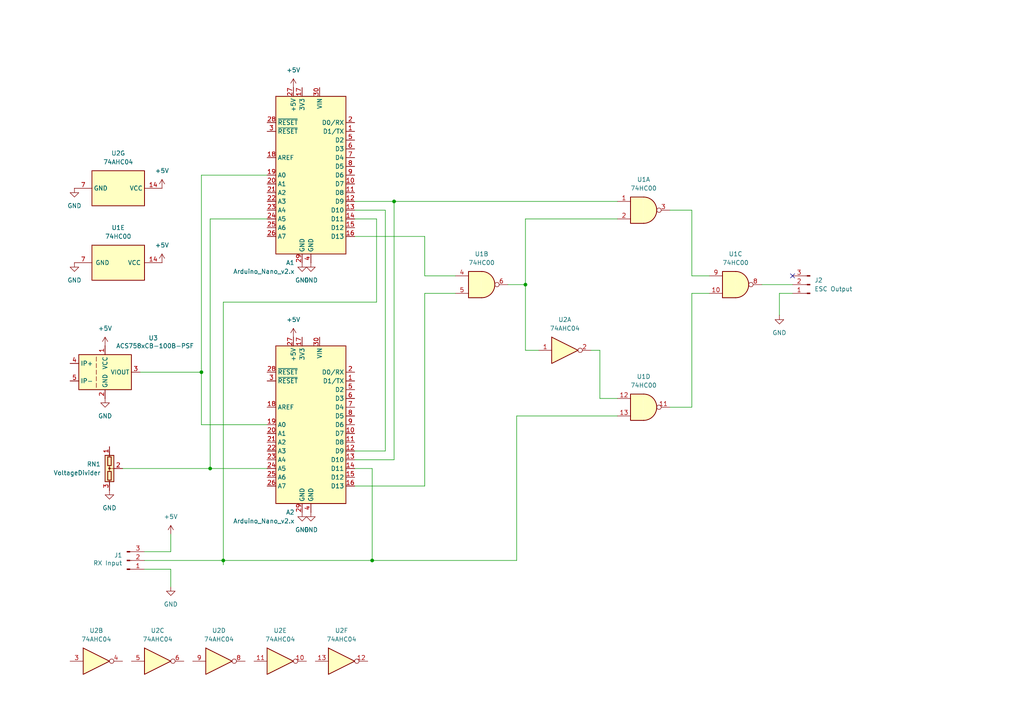
<source format=kicad_sch>
(kicad_sch (version 20231120) (generator "eeschema") (generator_version "8.0")
  (paper "A4")
  (title_block (title "Sistema limitador de potência para motores BLDC") (date "2024-07-25") (rev "1") (company "PAMPA Aerodesign"))
  (lib_symbols
    (symbol "74xx:74AHC04"
      (property "Reference" "U" (at 0 1.27 0))
      (property "Value" "74AHC04" (at 0 -1.27 0))
      (symbol "74AHC04_1_0"
        (polyline (pts (xy -3.81 3.81) (xy -3.81 -3.81) (xy 3.81 0) (xy -3.81 3.81)) (stroke (width 0.254)) (fill (type background)))
        (pin input line (at -7.62 0 0) (length 3.81) (name "~") (number "1"))
        (pin output inverted (at 7.62 0 180) (length 3.81) (name "~") (number "2"))
      )
      (symbol "74AHC04_2_0"
        (polyline (pts (xy -3.81 3.81) (xy -3.81 -3.81) (xy 3.81 0) (xy -3.81 3.81)) (stroke (width 0.254)) (fill (type background)))
        (pin input line (at -7.62 0 0) (length 3.81) (name "~") (number "3"))
        (pin output inverted (at 7.62 0 180) (length 3.81) (name "~") (number "4"))
      )
      (symbol "74AHC04_3_0"
        (polyline (pts (xy -3.81 3.81) (xy -3.81 -3.81) (xy 3.81 0) (xy -3.81 3.81)) (stroke (width 0.254)) (fill (type background)))
        (pin input line (at -7.62 0 0) (length 3.81) (name "~") (number "5"))
        (pin output inverted (at 7.62 0 180) (length 3.81) (name "~") (number "6"))
      )
      (symbol "74AHC04_4_0"
        (polyline (pts (xy -3.81 3.81) (xy -3.81 -3.81) (xy 3.81 0) (xy -3.81 3.81)) (stroke (width 0.254)) (fill (type background)))
        (pin output inverted (at 7.62 0 180) (length 3.81) (name "~") (number "8"))
        (pin input line (at -7.62 0 0) (length 3.81) (name "~") (number "9"))
      )
      (symbol "74AHC04_5_0"
        (polyline (pts (xy -3.81 3.81) (xy -3.81 -3.81) (xy 3.81 0) (xy -3.81 3.81)) (stroke (width 0.254)) (fill (type background)))
        (pin output inverted (at 7.62 0 180) (length 3.81) (name "~") (number "10"))
        (pin input line (at -7.62 0 0) (length 3.81) (name "~") (number "11"))
      )
      (symbol "74AHC04_6_0"
        (polyline (pts (xy -3.81 3.81) (xy -3.81 -3.81) (xy 3.81 0) (xy -3.81 3.81)) (stroke (width 0.254)) (fill (type background)))
        (pin output inverted (at 7.62 0 180) (length 3.81) (name "~") (number "12"))
        (pin input line (at -7.62 0 0) (length 3.81) (name "~") (number "13"))
      )
      (symbol "74AHC04_7_0"
        (pin power_in line (at 0 12.7 270) (length 5.08) (name "VCC") (number "14"))
        (pin power_in line (at 0 -12.7 90) (length 5.08) (name "GND") (number "7"))
      )
      (symbol "74AHC04_7_1"
        (rectangle (start -5.08 7.62) (end 5.08 -7.62) (stroke (width 0.254)) (fill (type background)))
      )
    )
    (symbol "74xx:74HC00" (pin_names (offset 1.016))
      (property "Reference" "U" (at 0 1.27 0))
      (property "Value" "74HC00" (at 0 -1.27 0))
      (symbol "74HC00_1_1"
        (arc (start 0 -3.81) (mid 3.7934 0) (end 0 3.81) (stroke (width 0.254)) (fill (type background)))
        (polyline (pts (xy 0 3.81) (xy -3.81 3.81) (xy -3.81 -3.81) (xy 0 -3.81)) (stroke (width 0.254)) (fill (type background)))
        (pin input line (at -7.62 2.54 0) (length 3.81) (name "~") (number "1"))
        (pin input line (at -7.62 -2.54 0) (length 3.81) (name "~") (number "2"))
        (pin output inverted (at 7.62 0 180) (length 3.81) (name "~") (number "3"))
      )
      (symbol "74HC00_1_2"
        (arc (start -3.81 -3.81) (mid -2.589 0) (end -3.81 3.81) (stroke (width 0.254)))
        (arc (start -0.6096 -3.81) (mid 2.1842 -2.5851) (end 3.81 0) (stroke (width 0.254)) (fill (type background)))
        (polyline (pts (xy -3.81 -3.81) (xy -0.635 -3.81)) (stroke (width 0.254)) (fill (type background)))
        (polyline (pts (xy -3.81 3.81) (xy -0.635 3.81)) (stroke (width 0.254)) (fill (type background)))
        (polyline (pts (xy -0.635 3.81) (xy -3.81 3.81) (xy -3.81 3.81) (xy -3.556 3.4036) (xy -3.0226 2.2606) (xy -2.6924 1.0414) (xy -2.6162 -0.254) (xy -2.7686 -1.4986) (xy -3.175 -2.7178) (xy -3.81 -3.81) (xy -3.81 -3.81) (xy -0.635 -3.81)) (stroke (width -25.4)) (fill (type background)))
        (arc (start 3.81 0) (mid 2.1915 2.5936) (end -0.6096 3.81) (stroke (width 0.254)) (fill (type background)))
        (pin input inverted (at -7.62 2.54 0) (length 4.318) (name "~") (number "1"))
        (pin input inverted (at -7.62 -2.54 0) (length 4.318) (name "~") (number "2"))
        (pin output line (at 7.62 0 180) (length 3.81) (name "~") (number "3"))
      )
      (symbol "74HC00_2_1"
        (arc (start 0 -3.81) (mid 3.7934 0) (end 0 3.81) (stroke (width 0.254)) (fill (type background)))
        (polyline (pts (xy 0 3.81) (xy -3.81 3.81) (xy -3.81 -3.81) (xy 0 -3.81)) (stroke (width 0.254)) (fill (type background)))
        (pin input line (at -7.62 2.54 0) (length 3.81) (name "~") (number "4"))
        (pin input line (at -7.62 -2.54 0) (length 3.81) (name "~") (number "5"))
        (pin output inverted (at 7.62 0 180) (length 3.81) (name "~") (number "6"))
      )
      (symbol "74HC00_2_2"
        (arc (start -3.81 -3.81) (mid -2.589 0) (end -3.81 3.81) (stroke (width 0.254)))
        (arc (start -0.6096 -3.81) (mid 2.1842 -2.5851) (end 3.81 0) (stroke (width 0.254)) (fill (type background)))
        (polyline (pts (xy -3.81 -3.81) (xy -0.635 -3.81)) (stroke (width 0.254)) (fill (type background)))
        (polyline (pts (xy -3.81 3.81) (xy -0.635 3.81)) (stroke (width 0.254)) (fill (type background)))
        (polyline (pts (xy -0.635 3.81) (xy -3.81 3.81) (xy -3.81 3.81) (xy -3.556 3.4036) (xy -3.0226 2.2606) (xy -2.6924 1.0414) (xy -2.6162 -0.254) (xy -2.7686 -1.4986) (xy -3.175 -2.7178) (xy -3.81 -3.81) (xy -3.81 -3.81) (xy -0.635 -3.81)) (stroke (width -25.4)) (fill (type background)))
        (arc (start 3.81 0) (mid 2.1915 2.5936) (end -0.6096 3.81) (stroke (width 0.254)) (fill (type background)))
        (pin input inverted (at -7.62 2.54 0) (length 4.318) (name "~") (number "4"))
        (pin input inverted (at -7.62 -2.54 0) (length 4.318) (name "~") (number "5"))
        (pin output line (at 7.62 0 180) (length 3.81) (name "~") (number "6"))
      )
      (symbol "74HC00_3_1"
        (arc (start 0 -3.81) (mid 3.7934 0) (end 0 3.81) (stroke (width 0.254)) (fill (type background)))
        (polyline (pts (xy 0 3.81) (xy -3.81 3.81) (xy -3.81 -3.81) (xy 0 -3.81)) (stroke (width 0.254)) (fill (type background)))
        (pin input line (at -7.62 -2.54 0) (length 3.81) (name "~") (number "10"))
        (pin output inverted (at 7.62 0 180) (length 3.81) (name "~") (number "8"))
        (pin input line (at -7.62 2.54 0) (length 3.81) (name "~") (number "9"))
      )
      (symbol "74HC00_3_2"
        (arc (start -3.81 -3.81) (mid -2.589 0) (end -3.81 3.81) (stroke (width 0.254)))
        (arc (start -0.6096 -3.81) (mid 2.1842 -2.5851) (end 3.81 0) (stroke (width 0.254)) (fill (type background)))
        (polyline (pts (xy -3.81 -3.81) (xy -0.635 -3.81)) (stroke (width 0.254)) (fill (type background)))
        (polyline (pts (xy -3.81 3.81) (xy -0.635 3.81)) (stroke (width 0.254)) (fill (type background)))
        (polyline (pts (xy -0.635 3.81) (xy -3.81 3.81) (xy -3.81 3.81) (xy -3.556 3.4036) (xy -3.0226 2.2606) (xy -2.6924 1.0414) (xy -2.6162 -0.254) (xy -2.7686 -1.4986) (xy -3.175 -2.7178) (xy -3.81 -3.81) (xy -3.81 -3.81) (xy -0.635 -3.81)) (stroke (width -25.4)) (fill (type background)))
        (arc (start 3.81 0) (mid 2.1915 2.5936) (end -0.6096 3.81) (stroke (width 0.254)) (fill (type background)))
        (pin input inverted (at -7.62 -2.54 0) (length 4.318) (name "~") (number "10"))
        (pin output line (at 7.62 0 180) (length 3.81) (name "~") (number "8"))
        (pin input inverted (at -7.62 2.54 0) (length 4.318) (name "~") (number "9"))
      )
      (symbol "74HC00_4_1"
        (arc (start 0 -3.81) (mid 3.7934 0) (end 0 3.81) (stroke (width 0.254)) (fill (type background)))
        (polyline (pts (xy 0 3.81) (xy -3.81 3.81) (xy -3.81 -3.81) (xy 0 -3.81)) (stroke (width 0.254)) (fill (type background)))
        (pin output inverted (at 7.62 0 180) (length 3.81) (name "~") (number "11"))
        (pin input line (at -7.62 2.54 0) (length 3.81) (name "~") (number "12"))
        (pin input line (at -7.62 -2.54 0) (length 3.81) (name "~") (number "13"))
      )
      (symbol "74HC00_4_2"
        (arc (start -3.81 -3.81) (mid -2.589 0) (end -3.81 3.81) (stroke (width 0.254)))
        (arc (start -0.6096 -3.81) (mid 2.1842 -2.5851) (end 3.81 0) (stroke (width 0.254)) (fill (type background)))
        (polyline (pts (xy -3.81 -3.81) (xy -0.635 -3.81)) (stroke (width 0.254)) (fill (type background)))
        (polyline (pts (xy -3.81 3.81) (xy -0.635 3.81)) (stroke (width 0.254)) (fill (type background)))
        (polyline (pts (xy -0.635 3.81) (xy -3.81 3.81) (xy -3.81 3.81) (xy -3.556 3.4036) (xy -3.0226 2.2606) (xy -2.6924 1.0414) (xy -2.6162 -0.254) (xy -2.7686 -1.4986) (xy -3.175 -2.7178) (xy -3.81 -3.81) (xy -3.81 -3.81) (xy -0.635 -3.81)) (stroke (width -25.4)) (fill (type background)))
        (arc (start 3.81 0) (mid 2.1915 2.5936) (end -0.6096 3.81) (stroke (width 0.254)) (fill (type background)))
        (pin output line (at 7.62 0 180) (length 3.81) (name "~") (number "11"))
        (pin input inverted (at -7.62 2.54 0) (length 4.318) (name "~") (number "12"))
        (pin input inverted (at -7.62 -2.54 0) (length 4.318) (name "~") (number "13"))
      )
      (symbol "74HC00_5_0"
        (pin power_in line (at 0 12.7 270) (length 5.08) (name "VCC") (number "14"))
        (pin power_in line (at 0 -12.7 90) (length 5.08) (name "GND") (number "7"))
      )
      (symbol "74HC00_5_1"
        (rectangle (start -5.08 7.62) (end 5.08 -7.62) (stroke (width 0.254)) (fill (type background)))
      )
    )
    (symbol "Connector:Conn_01x03_Pin" (pin_names (offset 1.016) hide)
      (property "Reference" "J" (at 0 5.08 0))
      (property "Value" "Conn_01x03_Pin" (at 0 -5.08 0))
      (symbol "Conn_01x03_Pin_1_1"
        (polyline (pts (xy 1.27 -2.54) (xy 0.8636 -2.54)) (stroke (width 0.1524)))
        (polyline (pts (xy 1.27 0) (xy 0.8636 0)) (stroke (width 0.1524)))
        (polyline (pts (xy 1.27 2.54) (xy 0.8636 2.54)) (stroke (width 0.1524)))
        (rectangle (start 0.8636 -2.413) (end 0 -2.667) (stroke (width 0.1524)) (fill (type outline)))
        (rectangle (start 0.8636 0.127) (end 0 -0.127) (stroke (width 0.1524)) (fill (type outline)))
        (rectangle (start 0.8636 2.667) (end 0 2.413) (stroke (width 0.1524)) (fill (type outline)))
        (pin passive line (at 5.08 2.54 180) (length 3.81) (name "Pin_1") (number "1"))
        (pin passive line (at 5.08 0 180) (length 3.81) (name "Pin_2") (number "2"))
        (pin passive line (at 5.08 -2.54 180) (length 3.81) (name "Pin_3") (number "3"))
      )
    )
    (symbol "Device:VoltageDivider" (pin_names (offset 0) hide)
      (property "Reference" "RN" (at -4.445 0 90))
      (property "Value" "VoltageDivider" (at -2.54 0 90))
      (symbol "VoltageDivider_0_1"
        (rectangle (start -1.27 -3.81) (end 1.27 3.81) (stroke (width 0.254)) (fill (type background)))
        (rectangle (start -0.508 -3.3782) (end 0.508 -0.8382) (stroke (width 0.254)))
        (rectangle (start -0.508 3.3782) (end 0.508 0.8382) (stroke (width 0.254)))
        (polyline (pts (xy 0 -5.08) (xy 0 -3.429)))
        (polyline (pts (xy 0 0.889) (xy 0 -0.889)))
        (polyline (pts (xy 0 5.08) (xy 0 3.3782)))
        (polyline (pts (xy 1.27 0) (xy 0 0)))
        (circle (center 0 0.0254) (radius 0.254) (fill (type outline)))
      )
      (symbol "VoltageDivider_1_1"
        (pin passive line (at 0 6.35 270) (length 2.54) (name "~") (number "1"))
        (pin passive line (at 3.81 0 180) (length 2.54) (name "~") (number "2"))
        (pin passive line (at 0 -6.35 90) (length 2.54) (name "~") (number "3"))
      )
    )
    (symbol "MCU_Module:Arduino_Nano_v2.x"
      (property "Reference" "A" (at -10.16 23.495 0))
      (property "Value" "Arduino_Nano_v2.x" (at 5.08 -24.13 0))
      (symbol "Arduino_Nano_v2.x_0_1"
        (rectangle (start -10.16 22.86) (end 10.16 -22.86) (stroke (width 0.254)) (fill (type background)))
      )
      (symbol "Arduino_Nano_v2.x_1_1"
        (pin bidirectional line (at -12.7 12.7 0) (length 2.54) (name "D1/TX") (number "1"))
        (pin bidirectional line (at -12.7 -2.54 0) (length 2.54) (name "D7") (number "10"))
        (pin bidirectional line (at -12.7 -5.08 0) (length 2.54) (name "D8") (number "11"))
        (pin bidirectional line (at -12.7 -7.62 0) (length 2.54) (name "D9") (number "12"))
        (pin bidirectional line (at -12.7 -10.16 0) (length 2.54) (name "D10") (number "13"))
        (pin bidirectional line (at -12.7 -12.7 0) (length 2.54) (name "D11") (number "14"))
        (pin bidirectional line (at -12.7 -15.24 0) (length 2.54) (name "D12") (number "15"))
        (pin bidirectional line (at -12.7 -17.78 0) (length 2.54) (name "D13") (number "16"))
        (pin power_out line (at 2.54 25.4 270) (length 2.54) (name "3V3") (number "17"))
        (pin input line (at 12.7 5.08 180) (length 2.54) (name "AREF") (number "18"))
        (pin bidirectional line (at 12.7 0 180) (length 2.54) (name "A0") (number "19"))
        (pin bidirectional line (at -12.7 15.24 0) (length 2.54) (name "D0/RX") (number "2"))
        (pin bidirectional line (at 12.7 -2.54 180) (length 2.54) (name "A1") (number "20"))
        (pin bidirectional line (at 12.7 -5.08 180) (length 2.54) (name "A2") (number "21"))
        (pin bidirectional line (at 12.7 -7.62 180) (length 2.54) (name "A3") (number "22"))
        (pin bidirectional line (at 12.7 -10.16 180) (length 2.54) (name "A4") (number "23"))
        (pin bidirectional line (at 12.7 -12.7 180) (length 2.54) (name "A5") (number "24"))
        (pin bidirectional line (at 12.7 -15.24 180) (length 2.54) (name "A6") (number "25"))
        (pin bidirectional line (at 12.7 -17.78 180) (length 2.54) (name "A7") (number "26"))
        (pin power_out line (at 5.08 25.4 270) (length 2.54) (name "+5V") (number "27"))
        (pin input line (at 12.7 15.24 180) (length 2.54) (name "~{RESET}") (number "28"))
        (pin power_in line (at 2.54 -25.4 90) (length 2.54) (name "GND") (number "29"))
        (pin input line (at 12.7 12.7 180) (length 2.54) (name "~{RESET}") (number "3"))
        (pin power_in line (at -2.54 25.4 270) (length 2.54) (name "VIN") (number "30"))
        (pin power_in line (at 0 -25.4 90) (length 2.54) (name "GND") (number "4"))
        (pin bidirectional line (at -12.7 10.16 0) (length 2.54) (name "D2") (number "5"))
        (pin bidirectional line (at -12.7 7.62 0) (length 2.54) (name "D3") (number "6"))
        (pin bidirectional line (at -12.7 5.08 0) (length 2.54) (name "D4") (number "7"))
        (pin bidirectional line (at -12.7 2.54 0) (length 2.54) (name "D5") (number "8"))
        (pin bidirectional line (at -12.7 0 0) (length 2.54) (name "D6") (number "9"))
      )
    )
    (symbol "Sensor_Current:ACS758xCB-100B-PSF"
      (property "Reference" "U" (at -7.62 6.35 0))
      (property "Value" "ACS758xCB-100B-PSF" (at 2.54 6.35 0))
      (symbol "ACS758xCB-100B-PSF_0_1"
        (rectangle (start -7.62 5.08) (end 7.62 -5.08) (stroke (width 0.254)) (fill (type background)))
        (polyline (pts (xy -2.54 -3.175) (xy -2.54 -4.445)))
        (polyline (pts (xy -2.54 -1.27) (xy -2.54 -2.54)))
        (polyline (pts (xy -2.54 0.635) (xy -2.54 -0.635)))
        (polyline (pts (xy -2.54 1.27) (xy -2.54 2.54)))
        (polyline (pts (xy -2.54 3.175) (xy -2.54 4.445)))
      )
      (symbol "ACS758xCB-100B-PSF_1_1"
        (pin power_in line (at 0 7.62 270) (length 2.54) (name "VCC") (number "1"))
        (pin power_in line (at 0 -7.62 90) (length 2.54) (name "GND") (number "2"))
        (pin output line (at 10.16 0 180) (length 2.54) (name "VIOUT") (number "3"))
        (pin passive line (at -10.16 2.54 0) (length 2.54) (name "IP+") (number "4"))
        (pin passive line (at -10.16 -2.54 0) (length 2.54) (name "IP-") (number "5"))
      )
    )
    (symbol "power:+5V" (power) (pin_numbers hide) (pin_names (offset 0) hide)
      (property "Value" "+5V" (at 0 3.556 0))
      (symbol "+5V_0_1"
        (polyline (pts (xy -0.762 1.27) (xy 0 2.54)))
        (polyline (pts (xy 0 0) (xy 0 2.54)))
        (polyline (pts (xy 0 2.54) (xy 0.762 1.27)))
      )
      (symbol "+5V_1_1"
        (pin power_in line (at 0 0 90) (length 0) (name "~") (number "1"))
      )
    )
    (symbol "power:GND" (power) (pin_numbers hide) (pin_names (offset 0) hide)
      (property "Value" "GND" (at 0 -3.81 0))
      (symbol "GND_0_1"
        (polyline (pts (xy 0 0) (xy 0 -1.27) (xy 1.27 -1.27) (xy 0 -2.54) (xy -1.27 -1.27) (xy 0 -1.27)))
      )
      (symbol "GND_1_1"
        (pin power_in line (at 0 0 270) (length 0) (name "~") (number "1"))
      )
    )
  )
  (junction (at 152.4 82.55))
  (junction (at 107.95 162.56))
  (junction (at 64.77 162.56))
  (junction (at 60.96 135.89))
  (junction (at 58.42 107.95))
  (junction (at 114.3 58.42))
  (no_connect (at 229.87 80.01))
  (wire (pts (xy 123.19 68.58) (xy 123.19 80.01)))
  (wire (pts (xy 114.3 58.42) (xy 179.07 58.42)))
  (wire (pts (xy 109.22 63.5) (xy 109.22 87.63)))
  (wire (pts (xy 179.07 63.5) (xy 152.4 63.5)))
  (wire (pts (xy 114.3 133.35) (xy 102.87 133.35)))
  (wire (pts (xy 40.64 107.95) (xy 58.42 107.95)))
  (wire (pts (xy 173.99 101.6) (xy 173.99 115.57)))
  (wire (pts (xy 147.32 82.55) (xy 152.4 82.55)))
  (wire (pts (xy 194.31 60.96) (xy 200.66 60.96)))
  (wire (pts (xy 102.87 130.81) (xy 111.76 130.81)))
  (wire (pts (xy 152.4 101.6) (xy 156.21 101.6)))
  (wire (pts (xy 123.19 85.09) (xy 132.08 85.09)))
  (wire (pts (xy 64.77 162.56) (xy 107.95 162.56)))
  (wire (pts (xy 77.47 50.8) (xy 58.42 50.8)))
  (wire (pts (xy 152.4 63.5) (xy 152.4 82.55)))
  (wire (pts (xy 200.66 118.11) (xy 200.66 85.09)))
  (wire (pts (xy 58.42 123.19) (xy 77.47 123.19)))
  (wire (pts (xy 102.87 68.58) (xy 123.19 68.58)))
  (wire (pts (xy 107.95 162.56) (xy 149.86 162.56)))
  (wire (pts (xy 49.53 165.1) (xy 49.53 170.18)))
  (wire (pts (xy 149.86 120.65) (xy 149.86 162.56)))
  (wire (pts (xy 41.91 162.56) (xy 64.77 162.56)))
  (wire (pts (xy 200.66 85.09) (xy 205.74 85.09)))
  (wire (pts (xy 107.95 135.89) (xy 102.87 135.89)))
  (wire (pts (xy 200.66 80.01) (xy 205.74 80.01)))
  (wire (pts (xy 58.42 107.95) (xy 58.42 123.19)))
  (wire (pts (xy 220.98 82.55) (xy 229.87 82.55)))
  (wire (pts (xy 49.53 160.02) (xy 49.53 154.94)))
  (wire (pts (xy 102.87 63.5) (xy 109.22 63.5)))
  (wire (pts (xy 179.07 120.65) (xy 149.86 120.65)))
  (wire (pts (xy 173.99 115.57) (xy 179.07 115.57)))
  (wire (pts (xy 109.22 87.63) (xy 64.77 87.63)))
  (wire (pts (xy 123.19 80.01) (xy 132.08 80.01)))
  (wire (pts (xy 64.77 87.63) (xy 64.77 162.56)))
  (wire (pts (xy 35.56 135.89) (xy 60.96 135.89)))
  (wire (pts (xy 111.76 60.96) (xy 102.87 60.96)))
  (wire (pts (xy 226.06 85.09) (xy 226.06 91.44)))
  (wire (pts (xy 229.87 85.09) (xy 226.06 85.09)))
  (wire (pts (xy 171.45 101.6) (xy 173.99 101.6)))
  (wire (pts (xy 41.91 165.1) (xy 49.53 165.1)))
  (wire (pts (xy 60.96 63.5) (xy 60.96 135.89)))
  (wire (pts (xy 58.42 50.8) (xy 58.42 107.95)))
  (wire (pts (xy 111.76 130.81) (xy 111.76 60.96)))
  (wire (pts (xy 152.4 82.55) (xy 152.4 101.6)))
  (wire (pts (xy 107.95 162.56) (xy 107.95 135.89)))
  (wire (pts (xy 41.91 160.02) (xy 49.53 160.02)))
  (wire (pts (xy 194.31 118.11) (xy 200.66 118.11)))
  (wire (pts (xy 102.87 58.42) (xy 114.3 58.42)))
  (wire (pts (xy 114.3 58.42) (xy 114.3 133.35)))
  (wire (pts (xy 200.66 60.96) (xy 200.66 80.01)))
  (wire (pts (xy 123.19 140.97) (xy 123.19 85.09)))
  (wire (pts (xy 102.87 140.97) (xy 123.19 140.97)))
  (wire (pts (xy 64.77 163.83) (xy 64.77 162.56)))
  (wire (pts (xy 60.96 135.89) (xy 77.47 135.89)))
  (wire (pts (xy 77.47 63.5) (xy 60.96 63.5)))
  (symbol (lib_id "74xx:74HC00") (at 213.36 82.55 0) (unit 3)
    (property "Reference" "U1" (at 213.3517 73.66 0))
    (property "Value" "74HC00" (at 213.3517 76.2 0))
    (property "Footprint" "Package_DIP:CERDIP-14_W7.62mm_SideBrazed_Socket" (effects (hide yes)))
    (property "Datasheet" "http://www.ti.com/lit/gpn/sn74hc00" (effects (hide yes)))
    (property "Description" "quad 2-input NAND gate" (effects (hide yes)))
  )
  (symbol (lib_id "74xx:74HC00") (at 139.7 82.55 0) (unit 2)
    (property "Reference" "U1" (at 139.6917 73.66 0))
    (property "Value" "74HC00" (at 139.6917 76.2 0))
    (property "Footprint" "Package_DIP:CERDIP-14_W7.62mm_SideBrazed_Socket" (effects (hide yes)))
    (property "Datasheet" "http://www.ti.com/lit/gpn/sn74hc00" (effects (hide yes)))
    (property "Description" "quad 2-input NAND gate" (effects (hide yes)))
  )
  (symbol (lib_id "74xx:74AHC04") (at 99.06 191.77 0) (unit 6)
    (property "Reference" "U2" (at 99.06 182.88 0))
    (property "Value" "74AHC04" (at 99.06 185.42 0))
    (property "Footprint" "Package_DIP:CERDIP-14_W7.62mm_SideBrazed_Socket" (effects (hide yes)))
    (property "Datasheet" "https://assets.nexperia.com/documents/data-sheet/74AHC_AHCT04.pdf" (effects (hide yes)))
    (property "Description" "Hex Inverter" (effects (hide yes)))
  )
  (symbol (lib_id "Connector:Conn_01x03_Pin") (at 234.95 82.55 180) (unit 1)
    (property "Reference" "J2" (at 236.22 81.2799 0) (effects (justify right)))
    (property "Value" "ESC Output" (at 236.22 83.8199 0) (effects (justify right)))
    (property "Footprint" "Connector_PinHeader_2.54mm:PinHeader_1x03_P2.54mm_Vertical" (effects (hide yes)))
    (property "Description" "Generic connector, single row, 01x03, script generated" (effects (hide yes)))
  )
  (symbol (lib_id "74xx:74HC00") (at 186.69 118.11 0) (unit 4)
    (property "Reference" "U1" (at 186.6817 109.22 0))
    (property "Value" "74HC00" (at 186.6817 111.76 0))
    (property "Footprint" "Package_DIP:CERDIP-14_W7.62mm_SideBrazed_Socket" (effects (hide yes)))
    (property "Datasheet" "http://www.ti.com/lit/gpn/sn74hc00" (effects (hide yes)))
    (property "Description" "quad 2-input NAND gate" (effects (hide yes)))
  )
  (symbol (lib_id "74xx:74AHC04") (at 163.83 101.6 0) (unit 1)
    (property "Reference" "U2" (at 163.83 92.71 0))
    (property "Value" "74AHC04" (at 163.83 95.25 0))
    (property "Footprint" "Package_DIP:CERDIP-14_W7.62mm_SideBrazed_Socket" (effects (hide yes)))
    (property "Datasheet" "https://assets.nexperia.com/documents/data-sheet/74AHC_AHCT04.pdf" (effects (hide yes)))
    (property "Description" "Hex Inverter" (effects (hide yes)))
  )
  (symbol (lib_id "power:+5V") (at 49.53 154.94 0) (unit 1)
    (property "Reference" "#PWR08" (effects (hide yes)))
    (property "Value" "+5V" (at 49.53 149.86 0))
    (property "Description" "Power symbol creates a global label with name \"+5V\"" (effects (hide yes)))
  )
  (symbol (lib_id "Sensor_Current:ACS758xCB-100B-PSF") (at 30.48 107.95 0) (unit 1)
    (property "Reference" "U3" (at 44.45 98.044 0))
    (property "Value" "ACS758xCB-100B-PSF" (at 44.958 100.33 0))
    (property "Footprint" "Sensor_Current:Allegro_CB_PSF" (effects (hide yes)))
    (property "Datasheet" "http://www.allegromicro.com/~/media/Files/Datasheets/ACS758-Datasheet.ashx?la=en" (effects (hide yes)))
    (property "Description" "±100A Bidirectional Hall-Effect Current Sensor, +5.0V supply, 20mV/A, CB-5 PSF" (effects (hide yes)))
  )
  (symbol (lib_id "power:GND") (at 87.63 76.2 0) (unit 1)
    (property "Reference" "#PWR012" (effects (hide yes)))
    (property "Value" "GND" (at 87.63 81.28 0))
    (property "Description" "Power symbol creates a global label with name \"GND\" , ground" (effects (hide yes)))
  )
  (symbol (lib_id "power:GND") (at 226.06 91.44 0) (unit 1)
    (property "Reference" "#PWR06" (effects (hide yes)))
    (property "Value" "GND" (at 226.06 96.52 0))
    (property "Description" "Power symbol creates a global label with name \"GND\" , ground" (effects (hide yes)))
  )
  (symbol (lib_id "74xx:74AHC04") (at 45.72 191.77 0) (unit 3)
    (property "Reference" "U2" (at 45.72 182.88 0))
    (property "Value" "74AHC04" (at 45.72 185.42 0))
    (property "Footprint" "Package_DIP:CERDIP-14_W7.62mm_SideBrazed_Socket" (effects (hide yes)))
    (property "Datasheet" "https://assets.nexperia.com/documents/data-sheet/74AHC_AHCT04.pdf" (effects (hide yes)))
    (property "Description" "Hex Inverter" (effects (hide yes)))
  )
  (symbol (lib_id "Connector:Conn_01x03_Pin") (at 36.83 162.56 0) (mirror x) (unit 1)
    (property "Reference" "J1" (at 34.29 161.036 0))
    (property "Value" "RX Input" (at 31.242 163.322 0))
    (property "Footprint" "Connector_PinHeader_2.54mm:PinHeader_1x03_P2.54mm_Vertical" (effects (hide yes)))
    (property "Description" "Generic connector, single row, 01x03, script generated" (effects (hide yes)))
  )
  (symbol (lib_id "74xx:74AHC04") (at 81.28 191.77 0) (unit 5)
    (property "Reference" "U2" (at 81.28 182.88 0))
    (property "Value" "74AHC04" (at 81.28 185.42 0))
    (property "Footprint" "Package_DIP:CERDIP-14_W7.62mm_SideBrazed_Socket" (effects (hide yes)))
    (property "Datasheet" "https://assets.nexperia.com/documents/data-sheet/74AHC_AHCT04.pdf" (effects (hide yes)))
    (property "Description" "Hex Inverter" (effects (hide yes)))
  )
  (symbol (lib_id "power:+5V") (at 30.48 100.33 0) (unit 1)
    (property "Reference" "#PWR015" (effects (hide yes)))
    (property "Value" "+5V" (at 30.48 95.25 0))
    (property "Description" "Power symbol creates a global label with name \"+5V\"" (effects (hide yes)))
  )
  (symbol (lib_id "power:GND") (at 90.17 148.59 0) (mirror y) (unit 1)
    (property "Reference" "#PWR03" (effects (hide yes)))
    (property "Value" "GND" (at 90.17 153.67 0))
    (property "Description" "Power symbol creates a global label with name \"GND\" , ground" (effects (hide yes)))
  )
  (symbol (lib_id "power:GND") (at 21.59 54.61 0) (unit 1)
    (property "Reference" "#PWR01" (effects (hide yes)))
    (property "Value" "GND" (at 21.59 59.69 0))
    (property "Description" "Power symbol creates a global label with name \"GND\" , ground" (effects (hide yes)))
  )
  (symbol (lib_id "power:+5V") (at 46.99 76.2 0) (unit 1)
    (property "Reference" "#PWR010" (effects (hide yes)))
    (property "Value" "+5V" (at 46.99 71.12 0))
    (property "Description" "Power symbol creates a global label with name \"+5V\"" (effects (hide yes)))
  )
  (symbol (lib_id "power:GND") (at 31.75 142.24 0) (unit 1)
    (property "Reference" "#PWR016" (effects (hide yes)))
    (property "Value" "GND" (at 31.75 147.32 0))
    (property "Description" "Power symbol creates a global label with name \"GND\" , ground" (effects (hide yes)))
  )
  (symbol (lib_id "74xx:74HC00") (at 34.29 76.2 270) (unit 5)
    (property "Reference" "U1" (at 34.29 66.04 90))
    (property "Value" "74HC00" (at 34.29 68.58 90))
    (property "Footprint" "Package_DIP:CERDIP-14_W7.62mm_SideBrazed_Socket" (effects (hide yes)))
    (property "Datasheet" "http://www.ti.com/lit/gpn/sn74hc00" (effects (hide yes)))
    (property "Description" "quad 2-input NAND gate" (effects (hide yes)))
  )
  (symbol (lib_id "power:+5V") (at 85.09 97.79 0) (mirror y) (unit 1)
    (property "Reference" "#PWR09" (effects (hide yes)))
    (property "Value" "+5V" (at 85.09 92.71 0))
    (property "Description" "Power symbol creates a global label with name \"+5V\"" (effects (hide yes)))
  )
  (symbol (lib_id "power:GND") (at 30.48 115.57 0) (unit 1)
    (property "Reference" "#PWR014" (effects (hide yes)))
    (property "Value" "GND" (at 30.48 120.65 0))
    (property "Description" "Power symbol creates a global label with name \"GND\" , ground" (effects (hide yes)))
  )
  (symbol (lib_id "74xx:74AHC04") (at 34.29 54.61 270) (unit 7)
    (property "Reference" "U2" (at 34.29 44.45 90))
    (property "Value" "74AHC04" (at 34.29 46.99 90))
    (property "Footprint" "Package_DIP:CERDIP-14_W7.62mm_SideBrazed_Socket" (effects (hide yes)))
    (property "Datasheet" "https://assets.nexperia.com/documents/data-sheet/74AHC_AHCT04.pdf" (effects (hide yes)))
    (property "Description" "Hex Inverter" (effects (hide yes)))
  )
  (symbol (lib_id "power:GND") (at 21.59 76.2 0) (unit 1)
    (property "Reference" "#PWR02" (effects (hide yes)))
    (property "Value" "GND" (at 21.59 81.28 0))
    (property "Description" "Power symbol creates a global label with name \"GND\" , ground" (effects (hide yes)))
  )
  (symbol (lib_id "power:GND") (at 90.17 76.2 0) (mirror y) (unit 1)
    (property "Reference" "#PWR04" (effects (hide yes)))
    (property "Value" "GND" (at 90.17 81.28 0))
    (property "Description" "Power symbol creates a global label with name \"GND\" , ground" (effects (hide yes)))
  )
  (symbol (lib_id "power:+5V") (at 85.09 25.4 0) (mirror y) (unit 1)
    (property "Reference" "#PWR07" (effects (hide yes)))
    (property "Value" "+5V" (at 85.09 20.32 0))
    (property "Description" "Power symbol creates a global label with name \"+5V\"" (effects (hide yes)))
  )
  (symbol (lib_id "power:+5V") (at 46.99 54.61 0) (unit 1)
    (property "Reference" "#PWR011" (effects (hide yes)))
    (property "Value" "+5V" (at 46.99 49.53 0))
    (property "Description" "Power symbol creates a global label with name \"+5V\"" (effects (hide yes)))
  )
  (symbol (lib_id "power:GND") (at 87.63 148.59 0) (unit 1)
    (property "Reference" "#PWR013" (effects (hide yes)))
    (property "Value" "GND" (at 87.63 153.67 0))
    (property "Description" "Power symbol creates a global label with name \"GND\" , ground" (effects (hide yes)))
  )
  (symbol (lib_id "74xx:74AHC04") (at 27.94 191.77 0) (unit 2)
    (property "Reference" "U2" (at 27.94 182.88 0))
    (property "Value" "74AHC04" (at 27.94 185.42 0))
    (property "Footprint" "Package_DIP:CERDIP-14_W7.62mm_SideBrazed_Socket" (effects (hide yes)))
    (property "Datasheet" "https://assets.nexperia.com/documents/data-sheet/74AHC_AHCT04.pdf" (effects (hide yes)))
    (property "Description" "Hex Inverter" (effects (hide yes)))
  )
  (symbol (lib_id "MCU_Module:Arduino_Nano_v2.x") (at 90.17 50.8 0) (mirror y) (unit 1)
    (property "Reference" "A1" (at 85.4359 76.2 0) (effects (justify left)))
    (property "Value" "Arduino_Nano_v2.x" (at 85.4359 78.74 0) (effects (justify left)))
    (property "Footprint" "Module:Arduino_Nano" (effects (hide yes)))
    (property "Datasheet" "https://www.arduino.cc/en/uploads/Main/ArduinoNanoManual23.pdf" (effects (hide yes)))
    (property "Description" "Arduino Nano v2.x" (effects (hide yes)))
  )
  (symbol (lib_id "power:GND") (at 49.53 170.18 0) (unit 1)
    (property "Reference" "#PWR05" (effects (hide yes)))
    (property "Value" "GND" (at 49.53 175.26 0))
    (property "Description" "Power symbol creates a global label with name \"GND\" , ground" (effects (hide yes)))
  )
  (symbol (lib_id "Device:VoltageDivider") (at 31.75 135.89 0) (unit 1)
    (property "Reference" "RN1" (at 29.21 134.6199 0) (effects (justify right)))
    (property "Value" "VoltageDivider" (at 29.21 137.1599 0) (effects (justify right)))
    (property "Description" "Voltage divider" (effects (hide yes)))
  )
  (symbol (lib_id "MCU_Module:Arduino_Nano_v2.x") (at 90.17 123.19 0) (mirror y) (unit 1)
    (property "Reference" "A2" (at 85.4359 148.59 0) (effects (justify left)))
    (property "Value" "Arduino_Nano_v2.x" (at 85.4359 151.13 0) (effects (justify left)))
    (property "Footprint" "Module:Arduino_Nano" (effects (hide yes)))
    (property "Datasheet" "https://www.arduino.cc/en/uploads/Main/ArduinoNanoManual23.pdf" (effects (hide yes)))
    (property "Description" "Arduino Nano v2.x" (effects (hide yes)))
  )
  (symbol (lib_id "74xx:74HC00") (at 186.69 60.96 0) (unit 1)
    (property "Reference" "U1" (at 186.6817 52.07 0))
    (property "Value" "74HC00" (at 186.6817 54.61 0))
    (property "Footprint" "Package_DIP:CERDIP-14_W7.62mm_SideBrazed_Socket" (effects (hide yes)))
    (property "Datasheet" "http://www.ti.com/lit/gpn/sn74hc00" (effects (hide yes)))
    (property "Description" "quad 2-input NAND gate" (effects (hide yes)))
  )
  (symbol (lib_id "74xx:74AHC04") (at 63.5 191.77 0) (unit 4)
    (property "Reference" "U2" (at 63.5 182.88 0))
    (property "Value" "74AHC04" (at 63.5 185.42 0))
    (property "Footprint" "Package_DIP:CERDIP-14_W7.62mm_SideBrazed_Socket" (effects (hide yes)))
    (property "Datasheet" "https://assets.nexperia.com/documents/data-sheet/74AHC_AHCT04.pdf" (effects (hide yes)))
    (property "Description" "Hex Inverter" (effects (hide yes)))
  )
)
</source>
